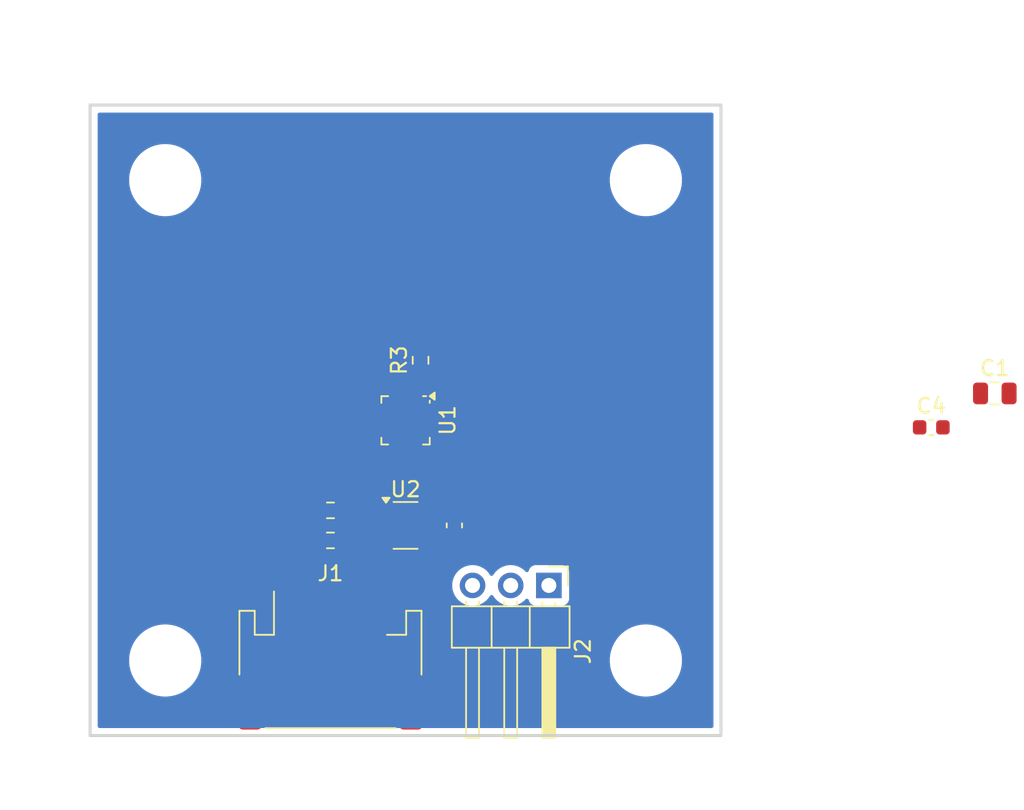
<source format=kicad_pcb>
(kicad_pcb (version 20241229) (generator "pcbnew") (generator_version "9.0")
  (layers (0 "F.Cu" signal) (2 "B.Cu" signal) (13 "F.Paste" user) (15 "B.Paste" user) (5 "F.SilkS" user "F.Silkscreen") (7 "B.SilkS" user "B.Silkscreen") (1 "F.Mask" user) (3 "B.Mask" user) (25 "Edge.Cuts" user))
  (net 0 "")
  (net 1 "/SCL")
  (net 2 "/SDA")
  (net 3 "Net-(U2-C+)")
  (net 4 "Net-(U2-C-)")
  (net 5 "VCC")
  (net 24 "+5V")
  (net 25 "GND")
  (net 26 "/NEOPIXEL")
  (net 27 "Net-(U1-PA2)")
  (net 28 "/UPDI")
  (footprint "MountingHole:MountingHole_4.3mm_M4" (layer "F.Cu") (at 134 63)
    (property "Reference" "REF**" (hide yes))
    (property "Value" "MountingHole_4.3mm_M4")
    (pad "" np_thru_hole circle (at 0 0) (size 4.3 4.3) (drill 4.3) (layers "*.Cu" "*.Mask"))
  )
  (footprint "Capacitor_SMD:C_0603_1608Metric" (layer "F.Cu") (at 153.25 86 -90)
    (property "Reference" "C3" (hide yes))
    (property "Value" "1uF" (hide yes))
    (fp_line (start -0.14058 0.51) (end 0.14058 0.51) (stroke (width 0.12)) (layer "F.SilkS"))
    (fp_line (start -0.14058 -0.51) (end 0.14058 -0.51) (stroke (width 0.12)) (layer "F.SilkS"))
    (pad "1" smd roundrect (at -0.775 0 270) (size 0.9 0.95) (layers "F.Cu" "F.Mask" "F.Paste") (net 3 "Net-(U2-C+)"))
    (pad "2" smd roundrect (at 0.775 0 270) (size 0.9 0.95) (layers "F.Cu" "F.Mask" "F.Paste") (net 4 "Net-(U2-C-)"))
  )
  (footprint "Package_DFN_QFN:VQFN-20-1EP_3x3mm_P0.4mm_EP1.7x1.7mm" (layer "F.Cu") (at 150 79 -90)
    (property "Reference" "U1" (at 0 -2.8 90) (layer "F.SilkS"))
    (property "Value" "ATtiny1616-M")
    (fp_line (start -1.61 1.61) (end -1.61 1.16) (stroke (width 0.12)) (layer "F.SilkS"))
    (fp_line (start -1.16 1.61) (end -1.61 1.61) (stroke (width 0.12)) (layer "F.SilkS"))
    (fp_line (start 1.16 1.61) (end 1.61 1.61) (stroke (width 0.12)) (layer "F.SilkS"))
    (fp_line (start 1.61 1.61) (end 1.61 1.16) (stroke (width 0.12)) (layer "F.SilkS"))
    (fp_line (start -1.61 -1.16) (end -1.61 -1.37) (stroke (width 0.12)) (layer "F.SilkS"))
    (fp_line (start -1.16 -1.61) (end -1.31 -1.61) (stroke (width 0.12)) (layer "F.SilkS"))
    (fp_line (start 1.16 -1.61) (end 1.61 -1.61) (stroke (width 0.12)) (layer "F.SilkS"))
    (fp_line (start 1.61 -1.61) (end 1.61 -1.16) (stroke (width 0.12)) (layer "F.SilkS"))
    (fp_poly (pts (xy -1.61 -1.61) (xy -1.85 -1.94) (xy -1.37 -1.94)) (stroke (width 0.12)) (fill yes) (layer "F.SilkS"))
    (pad "1" smd custom (at -1.45 -0.8 270) (size 0.143431 0.143431) (layers "F.Cu" "F.Mask" "F.Paste") (net 27 "Net-(U1-PA2)") (options (clearance outline) (anchor circle)) (primitives (gr_poly (pts (xy -0.35 -0.05) (xy 0.299289 -0.05) (xy 0.35 0.000711) (xy 0.35 0.05) (xy -0.35 0.05)) (width 0.1) (fill yes))))
    (pad "2" smd roundrect (at -1.45 -0.4 270) (size 0.8 0.2) (layers "F.Cu" "F.Mask" "F.Paste"))
    (pad "3" smd roundrect (at -1.45 0 270) (size 0.8 0.2) (layers "F.Cu" "F.Mask" "F.Paste") (net 25 "GND"))
    (pad "4" smd roundrect (at -1.45 0.4 270) (size 0.8 0.2) (layers "F.Cu" "F.Mask" "F.Paste") (net 24 "+5V"))
    (pad "5" smd custom (at -1.45 0.8 270) (size 0.143431 0.143431) (layers "F.Cu" "F.Mask" "F.Paste") (options (clearance outline) (anchor circle)) (primitives (gr_poly (pts (xy -0.35 -0.05) (xy 0.35 -0.05) (xy 0.35 -0.000711) (xy 0.299289 0.05) (xy -0.35 0.05)) (width 0.1) (fill yes))))
    (pad "6" smd custom (at -0.8 1.45 270) (size 0.143431 0.143431) (layers "F.Cu" "F.Mask" "F.Paste") (options (clearance outline) (anchor circle)) (primitives (gr_poly (pts (xy -0.05 -0.299289) (xy 0.000711 -0.35) (xy 0.05 -0.35) (xy 0.05 0.35) (xy -0.05 0.35)) (width 0.1) (fill yes))))
    (pad "7" smd roundrect (at -0.4 1.45 270) (size 0.2 0.8) (layers "F.Cu" "F.Mask" "F.Paste"))
    (pad "8" smd roundrect (at 0 1.45 270) (size 0.2 0.8) (layers "F.Cu" "F.Mask" "F.Paste"))
    (pad "9" smd roundrect (at 0.4 1.45 270) (size 0.2 0.8) (layers "F.Cu" "F.Mask" "F.Paste"))
    (pad "10" smd custom (at 0.8 1.45 270) (size 0.143431 0.143431) (layers "F.Cu" "F.Mask" "F.Paste") (options (clearance outline) (anchor circle)) (primitives (gr_poly (pts (xy -0.05 -0.35) (xy -0.000711 -0.35) (xy 0.05 -0.299289) (xy 0.05 0.35) (xy -0.05 0.35)) (width 0.1) (fill yes))))
    (pad "11" smd custom (at 1.45 0.8 270) (size 0.143431 0.143431) (layers "F.Cu" "F.Mask" "F.Paste") (options (clearance outline) (anchor circle)) (primitives (gr_poly (pts (xy -0.35 -0.05) (xy 0.35 -0.05) (xy 0.35 0.05) (xy -0.299289 0.05) (xy -0.35 -0.000711)) (width 0.1) (fill yes))))
    (pad "12" smd roundrect (at 1.45 0.4 270) (size 0.8 0.2) (layers "F.Cu" "F.Mask" "F.Paste"))
    (pad "13" smd roundrect (at 1.45 0 270) (size 0.8 0.2) (layers "F.Cu" "F.Mask" "F.Paste") (net 2 "/SDA"))
    (pad "14" smd roundrect (at 1.45 -0.4 270) (size 0.8 0.2) (layers "F.Cu" "F.Mask" "F.Paste") (net 1 "/SCL"))
    (pad "15" smd custom (at 1.45 -0.8 270) (size 0.143431 0.143431) (layers "F.Cu" "F.Mask" "F.Paste") (options (clearance outline) (anchor circle)) (primitives (gr_poly (pts (xy -0.35 0.000711) (xy -0.299289 -0.05) (xy 0.35 -0.05) (xy 0.35 0.05) (xy -0.35 0.05)) (width 0.1) (fill yes))))
    (pad "16" smd custom (at 0.8 -1.45 270) (size 0.143431 0.143431) (layers "F.Cu" "F.Mask" "F.Paste") (options (clearance outline) (anchor circle)) (primitives (gr_poly (pts (xy -0.05 -0.35) (xy 0.05 -0.35) (xy 0.05 0.299289) (xy -0.000711 0.35) (xy -0.05 0.35)) (width 0.1) (fill yes))))
    (pad "17" smd roundrect (at 0.4 -1.45 270) (size 0.2 0.8) (layers "F.Cu" "F.Mask" "F.Paste"))
    (pad "18" smd roundrect (at 0 -1.45 270) (size 0.2 0.8) (layers "F.Cu" "F.Mask" "F.Paste"))
    (pad "19" smd roundrect (at -0.4 -1.45 270) (size 0.2 0.8) (layers "F.Cu" "F.Mask" "F.Paste") (net 28 "/UPDI"))
    (pad "20" smd custom (at -0.8 -1.45 270) (size 0.143431 0.143431) (layers "F.Cu" "F.Mask" "F.Paste") (options (clearance outline) (anchor circle)) (primitives (gr_poly (pts (xy -0.05 -0.35) (xy 0.05 -0.35) (xy 0.05 0.35) (xy 0.000711 0.35) (xy -0.05 0.299289)) (width 0.1) (fill yes))))
    (pad "21" smd rect (at 0 0 270) (size 1.7 1.7) (property pad_prop_heatsink) (layers "F.Cu" "F.Mask") (net 25 "GND"))
  )
  (footprint "MountingHole:MountingHole_4.3mm_M4" (layer "F.Cu") (at 166 63)
    (property "Reference" "REF**" (hide yes))
    (property "Value" "MountingHole_4.3mm_M4")
    (pad "" np_thru_hole circle (at 0 0) (size 4.3 4.3) (drill 4.3) (layers "*.Cu" "*.Mask"))
  )
  (footprint "Resistor_SMD:R_0603_1608Metric" (layer "F.Cu") (at 145 87 180)
    (property "Reference" "R2" (hide yes))
    (property "Value" "10k" (hide yes))
    (fp_line (start -0.237258 0.5225) (end 0.237258 0.5225) (stroke (width 0.12)) (layer "F.SilkS"))
    (fp_line (start -0.237258 -0.5225) (end 0.237258 -0.5225) (stroke (width 0.12)) (layer "F.SilkS"))
    (pad "1" smd roundrect (at -0.825 0 180) (size 0.8 0.95) (layers "F.Cu" "F.Mask" "F.Paste") (net 24 "+5V"))
    (pad "2" smd roundrect (at 0.825 0 180) (size 0.8 0.95) (layers "F.Cu" "F.Mask" "F.Paste") (net 2 "/SDA"))
  )
  (footprint "Resistor_SMD:R_0603_1608Metric" (layer "F.Cu") (at 151 75 90)
    (property "Reference" "R3" (at 0 -1.43 90) (layer "F.SilkS"))
    (property "Value" "100")
    (fp_line (start -0.237258 -0.5225) (end 0.237258 -0.5225) (stroke (width 0.12)) (layer "F.SilkS"))
    (fp_line (start -0.237258 0.5225) (end 0.237258 0.5225) (stroke (width 0.12)) (layer "F.SilkS"))
    (pad "1" smd roundrect (at -0.825 0 90) (size 0.8 0.95) (layers "F.Cu" "F.Mask" "F.Paste") (net 27 "Net-(U1-PA2)"))
    (pad "2" smd roundrect (at 0.825 0 90) (size 0.8 0.95) (layers "F.Cu" "F.Mask" "F.Paste") (net 26 "/NEOPIXEL"))
  )
  (footprint "Connector_JST:JST_PH_S4B-PH-SM4-TB_1x04-1MP_P2.00mm_Horizontal" (layer "F.Cu") (at 145 95)
    (property "Reference" "J1" (at 0 -5.8 0) (layer "F.SilkS"))
    (property "Value" "Conn_01x04")
    (fp_line (start -6.06 -3.31) (end -5.04 -3.31) (stroke (width 0.12)) (layer "F.SilkS"))
    (fp_line (start -6.06 0.94) (end -6.06 -3.31) (stroke (width 0.12)) (layer "F.SilkS"))
    (fp_line (start -5.04 -3.31) (end -5.04 -1.71) (stroke (width 0.12)) (layer "F.SilkS"))
    (fp_line (start -5.04 -1.71) (end -3.76 -1.71) (stroke (width 0.12)) (layer "F.SilkS"))
    (fp_line (start -4.34 4.51) (end 4.34 4.51) (stroke (width 0.12)) (layer "F.SilkS"))
    (fp_line (start -3.76 -1.71) (end -3.76 -4.6) (stroke (width 0.12)) (layer "F.SilkS"))
    (fp_line (start 5.04 -3.31) (end 5.04 -1.71) (stroke (width 0.12)) (layer "F.SilkS"))
    (fp_line (start 5.04 -1.71) (end 3.76 -1.71) (stroke (width 0.12)) (layer "F.SilkS"))
    (fp_line (start 6.06 -3.31) (end 5.04 -3.31) (stroke (width 0.12)) (layer "F.SilkS"))
    (fp_line (start 6.06 0.94) (end 6.06 -3.31) (stroke (width 0.12)) (layer "F.SilkS"))
    (pad "1" smd roundrect (at -3 -2.85) (size 1 3.5) (layers "F.Cu" "F.Mask" "F.Paste") (net 1 "/SCL"))
    (pad "2" smd roundrect (at -1 -2.85) (size 1 3.5) (layers "F.Cu" "F.Mask" "F.Paste") (net 2 "/SDA"))
    (pad "3" smd roundrect (at 1 -2.85) (size 1 3.5) (layers "F.Cu" "F.Mask" "F.Paste") (net 5 "VCC"))
    (pad "4" smd roundrect (at 3 -2.85) (size 1 3.5) (layers "F.Cu" "F.Mask" "F.Paste") (net 25 "GND"))
    (pad "MP" smd roundrect (at -5.35 2.9) (size 1.5 3.4) (layers "F.Cu" "F.Mask" "F.Paste") (roundrect_rratio 0.166667))
    (pad "MP" smd roundrect (at 5.35 2.9) (size 1.5 3.4) (layers "F.Cu" "F.Mask" "F.Paste") (roundrect_rratio 0.166667))
  )
  (footprint "Resistor_SMD:R_0603_1608Metric" (layer "F.Cu") (at 145 85 180)
    (property "Reference" "R1" (hide yes))
    (property "Value" "10k" (hide yes))
    (fp_line (start -0.237258 0.5225) (end 0.237258 0.5225) (stroke (width 0.12)) (layer "F.SilkS"))
    (fp_line (start -0.237258 -0.5225) (end 0.237258 -0.5225) (stroke (width 0.12)) (layer "F.SilkS"))
    (pad "1" smd roundrect (at -0.825 0 180) (size 0.8 0.95) (layers "F.Cu" "F.Mask" "F.Paste") (net 24 "+5V"))
    (pad "2" smd roundrect (at 0.825 0 180) (size 0.8 0.95) (layers "F.Cu" "F.Mask" "F.Paste") (net 1 "/SCL"))
  )
  (footprint "MountingHole:MountingHole_4.3mm_M4" (layer "F.Cu") (at 166 95)
    (property "Reference" "REF**" (hide yes))
    (property "Value" "MountingHole_4.3mm_M4")
    (pad "" np_thru_hole circle (at 0 0) (size 4.3 4.3) (drill 4.3) (layers "*.Cu" "*.Mask"))
  )
  (footprint "MountingHole:MountingHole_4.3mm_M4" (layer "F.Cu") (at 134 95)
    (property "Reference" "REF**" (hide yes))
    (property "Value" "MountingHole_4.3mm_M4")
    (pad "" np_thru_hole circle (at 0 0) (size 4.3 4.3) (drill 4.3) (layers "*.Cu" "*.Mask"))
  )
  (footprint "Connector_PinHeader_2.54mm:PinHeader_1x03_P2.54mm_Horizontal" (layer "F.Cu") (at 159.54 90 -90)
    (property "Reference" "J2" (at 4.385 -2.27 90) (layer "F.SilkS"))
    (property "Value" "Conn_01x03")
    (fp_line (start 1.39 6.46) (end 4.15 6.46) (stroke (width 0.12)) (layer "F.SilkS"))
    (fp_line (start 4.15 6.46) (end 4.15 -1.38) (stroke (width 0.12)) (layer "F.SilkS"))
    (fp_line (start 1.077358 5.51) (end 1.39 5.51) (stroke (width 0.12)) (layer "F.SilkS"))
    (fp_line (start 10.15 5.51) (end 4.15 5.51) (stroke (width 0.12)) (layer "F.SilkS"))
    (fp_line (start 1.077358 4.65) (end 1.39 4.65) (stroke (width 0.12)) (layer "F.SilkS"))
    (fp_line (start 4.15 4.65) (end 10.15 4.65) (stroke (width 0.12)) (layer "F.SilkS"))
    (fp_line (start 10.15 4.65) (end 10.15 5.51) (stroke (width 0.12)) (layer "F.SilkS"))
    (fp_line (start 1.39 3.81) (end 4.15 3.81) (stroke (width 0.12)) (layer "F.SilkS"))
    (fp_line (start 1.077358 2.97) (end 1.39 2.97) (stroke (width 0.12)) (layer "F.SilkS"))
    (fp_line (start 10.15 2.97) (end 4.15 2.97) (stroke (width 0.12)) (layer "F.SilkS"))
    (fp_line (start 1.077358 2.11) (end 1.39 2.11) (stroke (width 0.12)) (layer "F.SilkS"))
    (fp_line (start 4.15 2.11) (end 10.15 2.11) (stroke (width 0.12)) (layer "F.SilkS"))
    (fp_line (start 10.15 2.11) (end 10.15 2.97) (stroke (width 0.12)) (layer "F.SilkS"))
    (fp_line (start 1.39 1.27) (end 4.15 1.27) (stroke (width 0.12)) (layer "F.SilkS"))
    (fp_line (start 1.16 0.43) (end 1.39 0.43) (stroke (width 0.12)) (layer "F.SilkS"))
    (fp_line (start -1.27 0) (end -1.27 -1.27) (stroke (width 0.12)) (layer "F.SilkS"))
    (fp_line (start 1.16 -0.43) (end 1.39 -0.43) (stroke (width 0.12)) (layer "F.SilkS"))
    (fp_line (start -1.27 -1.27) (end 0 -1.27) (stroke (width 0.12)) (layer "F.SilkS"))
    (fp_line (start 1.39 -1.38) (end 1.39 6.46) (stroke (width 0.12)) (layer "F.SilkS"))
    (fp_line (start 4.15 -1.38) (end 1.39 -1.38) (stroke (width 0.12)) (layer "F.SilkS"))
    (fp_rect (start 4.15 -0.43) (end 10.15 0.43) (stroke (width 0.12)) (fill yes) (layer "F.SilkS"))
    (pad "1" thru_hole rect (at 0 0 270) (size 1.7 1.7) (drill 1) (layers "*.Cu" "*.Mask") (net 25 "GND"))
    (pad "2" thru_hole circle (at 0 2.54 270) (size 1.7 1.7) (drill 1) (layers "*.Cu" "*.Mask") (net 24 "+5V"))
    (pad "3" thru_hole circle (at 0 5.08 270) (size 1.7 1.7) (drill 1) (layers "*.Cu" "*.Mask") (net 25 "GND"))
  )
  (footprint "Capacitor_SMD:C_0805_2012Metric" (layer "F.Cu") (at 189.23 77.21)
    (property "Reference" "C1" (at 0 -1.68 0) (layer "F.SilkS"))
    (property "Value" "10uF")
    (fp_line (start -0.261252 -0.735) (end 0.261252 -0.735) (stroke (width 0.12)) (layer "F.SilkS"))
    (fp_line (start -0.261252 0.735) (end 0.261252 0.735) (stroke (width 0.12)) (layer "F.SilkS"))
    (pad "1" smd roundrect (at -0.95 0) (size 1 1.45) (layers "F.Cu" "F.Mask" "F.Paste"))
    (pad "2" smd roundrect (at 0.95 0) (size 1 1.45) (layers "F.Cu" "F.Mask" "F.Paste"))
  )
  (footprint "Capacitor_SMD:C_0603_1608Metric" (layer "F.Cu") (at 185 79.47)
    (property "Reference" "C4" (at 0 -1.43 0) (layer "F.SilkS"))
    (property "Value" "100nF")
    (fp_line (start -0.14058 -0.51) (end 0.14058 -0.51) (stroke (width 0.12)) (layer "F.SilkS"))
    (fp_line (start -0.14058 0.51) (end 0.14058 0.51) (stroke (width 0.12)) (layer "F.SilkS"))
    (pad "1" smd roundrect (at -0.775 0) (size 0.9 0.95) (layers "F.Cu" "F.Mask" "F.Paste"))
    (pad "2" smd roundrect (at 0.775 0) (size 0.9 0.95) (layers "F.Cu" "F.Mask" "F.Paste"))
  )
  (footprint "Package_TO_SOT_SMD:TSOT-23-6" (layer "F.Cu") (at 150 86)
    (property "Reference" "U2" (at 0 -2.4 0) (layer "F.SilkS"))
    (property "Value" "AP3602")
    (fp_line (start 0 -1.56) (end -0.8 -1.56) (stroke (width 0.12)) (layer "F.SilkS"))
    (fp_line (start 0 -1.56) (end 0.8 -1.56) (stroke (width 0.12)) (layer "F.SilkS"))
    (fp_line (start 0 1.56) (end -0.8 1.56) (stroke (width 0.12)) (layer "F.SilkS"))
    (fp_line (start 0 1.56) (end 0.8 1.56) (stroke (width 0.12)) (layer "F.SilkS"))
    (fp_poly (pts (xy -1.3 -1.51) (xy -1.54 -1.84) (xy -1.06 -1.84)) (stroke (width 0.12)) (fill yes) (layer "F.SilkS"))
    (pad "1" smd roundrect (at -1.1375 -0.95) (size 1.325 0.6) (layers "F.Cu" "F.Mask" "F.Paste") (net 24 "+5V"))
    (pad "2" smd roundrect (at -1.1375 0) (size 1.325 0.6) (layers "F.Cu" "F.Mask" "F.Paste") (net 25 "GND"))
    (pad "3" smd roundrect (at -1.1375 0.95) (size 1.325 0.6) (layers "F.Cu" "F.Mask" "F.Paste") (net 5 "VCC"))
    (pad "4" smd roundrect (at 1.1375 0.95) (size 1.325 0.6) (layers "F.Cu" "F.Mask" "F.Paste") (net 4 "Net-(U2-C-)"))
    (pad "5" smd roundrect (at 1.1375 0) (size 1.325 0.6) (layers "F.Cu" "F.Mask" "F.Paste") (net 5 "VCC"))
    (pad "6" smd roundrect (at 1.1375 -0.95) (size 1.325 0.6) (layers "F.Cu" "F.Mask" "F.Paste") (net 3 "Net-(U2-C+)"))
  )
  (gr_rect (start 129 58) (end 171 100) (stroke (width 0.2)) (fill no) (layer "Edge.Cuts"))
  (segment (start 150.4 81.6) (end 150.4 80.959992) (width 0.2) (layer "F.Cu") (net 1))
  (segment (start 142 92.15) (end 142 87.175) (width 0.2) (layer "F.Cu") (net 1))
  (segment (start 142 87.175) (end 144.175 85) (width 0.2) (layer "F.Cu") (net 1))
  (segment (start 149 83) (end 150.4 81.6) (width 0.2) (layer "F.Cu") (net 1))
  (segment (start 150.4 80.959992) (end 150.393891 80.953883) (width 0.2) (layer "F.Cu") (net 1))
  (segment (start 146.175 83) (end 149 83) (width 0.2) (layer "F.Cu") (net 1))
  (segment (start 144.175 85) (end 146.175 83) (width 0.2) (layer "F.Cu") (net 1))
  (segment (start 144 93.9) (end 142.9 95) (width 0.2) (layer "F.Cu") (net 2))
  (segment (start 141 95) (end 141 86) (width 0.2) (layer "F.Cu") (net 2))
  (segment (start 141 86) (end 145 82) (width 0.2) (layer "F.Cu") (net 2))
  (segment (start 149.992891 81.007109) (end 149.992891 80.954883) (width 0.2) (layer "F.Cu") (net 2))
  (segment (start 145 82) (end 149 82) (width 0.2) (layer "F.Cu") (net 2))
  (segment (start 144.175 86.825) (end 145 86) (width 0.2) (layer "F.Cu") (net 2))
  (segment (start 144 92.15) (end 144 93.9) (width 0.2) (layer "F.Cu") (net 2))
  (segment (start 144.175 87) (end 144.175 91.975) (width 0.2) (layer "F.Cu") (net 2))
  (segment (start 149 82) (end 149.992891 81.007109) (width 0.2) (layer "F.Cu") (net 2))
  (segment (start 142.9 95) (end 141 95) (width 0.2) (layer "F.Cu") (net 2))
  (segment (start 144.175 91.975) (end 144 92.15) (width 0.2) (layer "F.Cu") (net 2))
  (segment (start 144.175 87) (end 144.175 86.825) (width 0.2) (layer "F.Cu") (net 2))
  (zone (net 25) (net_name "GND") (layer "B.Cu") (connect_pads (clearance 0.5)) (min_thickness 0.25) (fill yes (thermal_gap 0.5) (thermal_bridge_width 0.5))
    (polygon (pts (xy 123 51) (xy 176 51) (xy 176 105) (xy 123 105)))
  )
)
</source>
